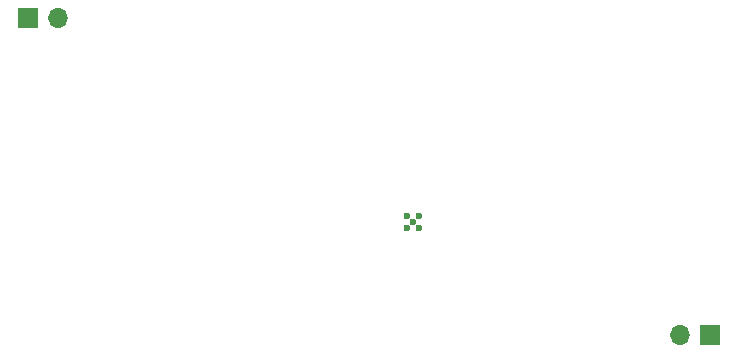
<source format=gbr>
%TF.GenerationSoftware,KiCad,Pcbnew,(6.0.9)*%
%TF.CreationDate,2023-10-08T14:17:10+03:00*%
%TF.ProjectId,power,706f7765-722e-46b6-9963-61645f706362,rev?*%
%TF.SameCoordinates,Original*%
%TF.FileFunction,Soldermask,Bot*%
%TF.FilePolarity,Negative*%
%FSLAX46Y46*%
G04 Gerber Fmt 4.6, Leading zero omitted, Abs format (unit mm)*
G04 Created by KiCad (PCBNEW (6.0.9)) date 2023-10-08 14:17:10*
%MOMM*%
%LPD*%
G01*
G04 APERTURE LIST*
%ADD10R,1.700000X1.700000*%
%ADD11O,1.700000X1.700000*%
%ADD12C,0.600000*%
G04 APERTURE END LIST*
D10*
%TO.C,J1*%
X62865000Y-35445000D03*
D11*
X65405000Y-35445000D03*
%TD*%
D12*
%TO.C,U2*%
X94970000Y-52205000D03*
X95970000Y-52205000D03*
X95470000Y-52705000D03*
X95970000Y-53205000D03*
X94970000Y-53205000D03*
%TD*%
D10*
%TO.C,J2*%
X120650000Y-62230000D03*
D11*
X118110000Y-62230000D03*
%TD*%
M02*

</source>
